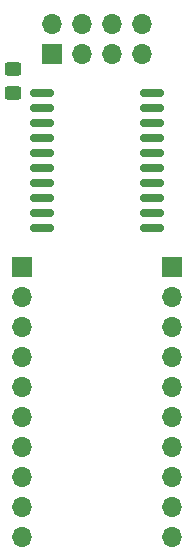
<source format=gbr>
%TF.GenerationSoftware,KiCad,Pcbnew,6.0.11+dfsg-1~bpo11+1*%
%TF.CreationDate,2024-04-18T21:43:09+09:00*%
%TF.ProjectId,pcb-devboard,7063622d-6465-4766-926f-6172642e6b69,rev?*%
%TF.SameCoordinates,Original*%
%TF.FileFunction,Soldermask,Top*%
%TF.FilePolarity,Negative*%
%FSLAX46Y46*%
G04 Gerber Fmt 4.6, Leading zero omitted, Abs format (unit mm)*
G04 Created by KiCad (PCBNEW 6.0.11+dfsg-1~bpo11+1) date 2024-04-18 21:43:09*
%MOMM*%
%LPD*%
G01*
G04 APERTURE LIST*
G04 Aperture macros list*
%AMRoundRect*
0 Rectangle with rounded corners*
0 $1 Rounding radius*
0 $2 $3 $4 $5 $6 $7 $8 $9 X,Y pos of 4 corners*
0 Add a 4 corners polygon primitive as box body*
4,1,4,$2,$3,$4,$5,$6,$7,$8,$9,$2,$3,0*
0 Add four circle primitives for the rounded corners*
1,1,$1+$1,$2,$3*
1,1,$1+$1,$4,$5*
1,1,$1+$1,$6,$7*
1,1,$1+$1,$8,$9*
0 Add four rect primitives between the rounded corners*
20,1,$1+$1,$2,$3,$4,$5,0*
20,1,$1+$1,$4,$5,$6,$7,0*
20,1,$1+$1,$6,$7,$8,$9,0*
20,1,$1+$1,$8,$9,$2,$3,0*%
G04 Aperture macros list end*
%ADD10RoundRect,0.250000X0.450000X-0.325000X0.450000X0.325000X-0.450000X0.325000X-0.450000X-0.325000X0*%
%ADD11R,1.700000X1.700000*%
%ADD12O,1.700000X1.700000*%
%ADD13RoundRect,0.150000X-0.875000X-0.150000X0.875000X-0.150000X0.875000X0.150000X-0.875000X0.150000X0*%
G04 APERTURE END LIST*
D10*
%TO.C,C3*%
X105918000Y-97037000D03*
X105918000Y-94987000D03*
%TD*%
D11*
%TO.C,J4*%
X109220000Y-93726000D03*
D12*
X109220000Y-91186000D03*
X111760000Y-93726000D03*
X111760000Y-91186000D03*
X114300000Y-93726000D03*
X114300000Y-91186000D03*
X116840000Y-93726000D03*
X116840000Y-91186000D03*
%TD*%
D13*
%TO.C,U2*%
X108429000Y-97028000D03*
X108429000Y-98298000D03*
X108429000Y-99568000D03*
X108429000Y-100838000D03*
X108429000Y-102108000D03*
X108429000Y-103378000D03*
X108429000Y-104648000D03*
X108429000Y-105918000D03*
X108429000Y-107188000D03*
X108429000Y-108458000D03*
X117729000Y-108458000D03*
X117729000Y-107188000D03*
X117729000Y-105918000D03*
X117729000Y-104648000D03*
X117729000Y-103378000D03*
X117729000Y-102108000D03*
X117729000Y-100838000D03*
X117729000Y-99568000D03*
X117729000Y-98298000D03*
X117729000Y-97028000D03*
%TD*%
D11*
%TO.C,J2*%
X119380000Y-111760000D03*
D12*
X119380000Y-114300000D03*
X119380000Y-116840000D03*
X119380000Y-119380000D03*
X119380000Y-121920000D03*
X119380000Y-124460000D03*
X119380000Y-127000000D03*
X119380000Y-129540000D03*
X119380000Y-132080000D03*
X119380000Y-134620000D03*
%TD*%
D11*
%TO.C,J3*%
X106680000Y-111760000D03*
D12*
X106680000Y-114300000D03*
X106680000Y-116840000D03*
X106680000Y-119380000D03*
X106680000Y-121920000D03*
X106680000Y-124460000D03*
X106680000Y-127000000D03*
X106680000Y-129540000D03*
X106680000Y-132080000D03*
X106680000Y-134620000D03*
%TD*%
M02*

</source>
